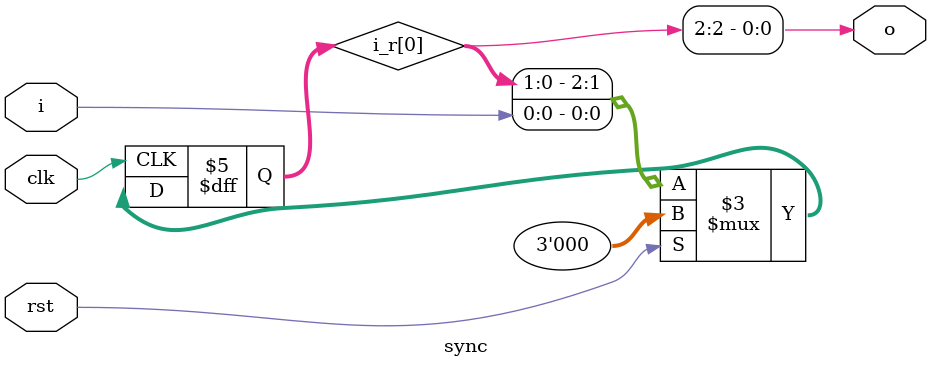
<source format=v>
`include "timescale.vh"

module sync #(
    parameter BIT   = 1,
    parameter LEVEL = 3, //must beyond 2
    parameter RST_V = 0
)
(
	input clk,
	input rst,
	input  [BIT-1:0] i,
	output [BIT-1:0] o
);
    reg [LEVEL-1:0]i_r[BIT-1:0];    
    genvar j;
    generate
        for(j=0;j<BIT;j=j+1) 
        begin: sync_shift       
            always@(posedge clk)
                if(rst) i_r[j] <= #1 RST_V?{LEVEL{1'b1}}:{LEVEL{1'b0}};
                else    i_r[j] <= #1 {i_r[j][LEVEL-2:0],i[j]};
            assign o[j] = i_r[j][LEVEL-1];
        end
    endgenerate
endmodule
</source>
